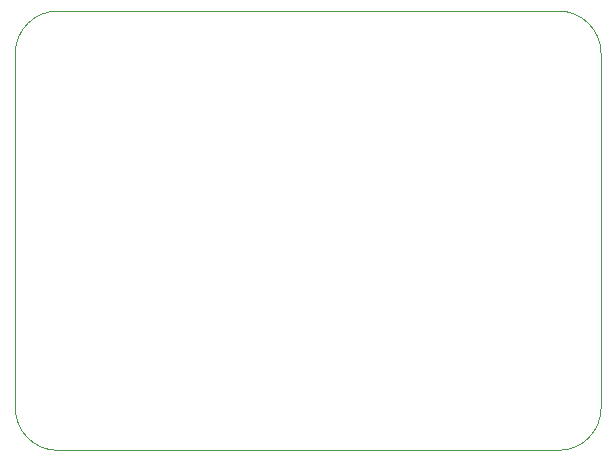
<source format=gm1>
G04 #@! TF.GenerationSoftware,KiCad,Pcbnew,(7.0.0)*
G04 #@! TF.CreationDate,2024-04-08T21:26:30+08:00*
G04 #@! TF.ProjectId,LocateMagnet,4c6f6361-7465-44d6-9167-6e65742e6b69,2.0*
G04 #@! TF.SameCoordinates,Original*
G04 #@! TF.FileFunction,Profile,NP*
%FSLAX46Y46*%
G04 Gerber Fmt 4.6, Leading zero omitted, Abs format (unit mm)*
G04 Created by KiCad (PCBNEW (7.0.0)) date 2024-04-08 21:26:30*
%MOMM*%
%LPD*%
G01*
G04 APERTURE LIST*
G04 #@! TA.AperFunction,Profile*
%ADD10C,0.100000*%
G04 #@! TD*
G04 APERTURE END LIST*
D10*
X118200000Y-41600000D02*
X75800000Y-41600000D01*
X121800000Y-75200000D02*
X121800000Y-45200000D01*
X118200000Y-78800000D02*
G75*
G03*
X121800000Y-75200000I0J3600000D01*
G01*
X75800000Y-41600000D02*
G75*
G03*
X72200000Y-45200000I0J-3600000D01*
G01*
X72200000Y-75200000D02*
G75*
G03*
X75800000Y-78800000I3600000J0D01*
G01*
X75800000Y-78800000D02*
X118200000Y-78800000D01*
X72200000Y-45200000D02*
X72200000Y-75200000D01*
X121800000Y-45200000D02*
G75*
G03*
X118200000Y-41600000I-3600000J0D01*
G01*
M02*

</source>
